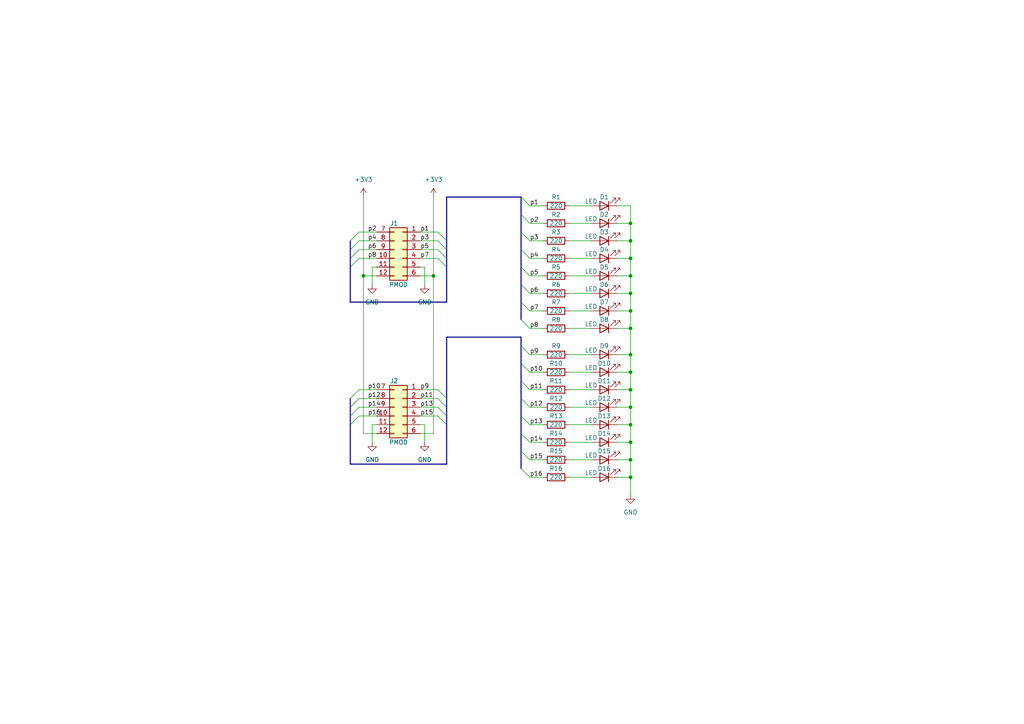
<source format=kicad_sch>
(kicad_sch (version 20211123) (generator eeschema)
  (paper "A4")
  (title_block (title "PMOD LED Array") (date "2022-04-18") (rev "1.0"))
  (lib_symbols
    (symbol "Device:LED" (pin_numbers hide) (pin_names (offset 1.016) hide)
      (property "Reference" "D" (at 0 2.54 0))
      (property "Value" "LED" (at 0 -2.54 0))
      (symbol "LED_0_1"
        (polyline (pts (xy -1.27 -1.27) (xy -1.27 1.27)) (stroke (width 0.254)))
        (polyline (pts (xy -1.27 0) (xy 1.27 0)))
        (polyline (pts (xy 1.27 -1.27) (xy 1.27 1.27) (xy -1.27 0) (xy 1.27 -1.27)) (stroke (width 0.254)))
        (polyline (pts (xy -3.048 -0.762) (xy -4.572 -2.286) (xy -3.81 -2.286) (xy -4.572 -2.286) (xy -4.572 -1.524)))
        (polyline (pts (xy -1.778 -0.762) (xy -3.302 -2.286) (xy -2.54 -2.286) (xy -3.302 -2.286) (xy -3.302 -1.524)))
      )
      (symbol "LED_1_1"
        (pin passive line (at -3.81 0 0) (length 2.54) (name "K") (number "1"))
        (pin passive line (at 3.81 0 180) (length 2.54) (name "A") (number "2"))
      )
    )
    (symbol "Device:R" (pin_numbers hide) (pin_names (offset 0))
      (property "Reference" "R" (at 2.032 0 90))
      (property "Value" "R" (at 0 0 90))
      (symbol "R_0_1"
        (rectangle (start -1.016 -2.54) (end 1.016 2.54) (stroke (width 0.254)))
      )
      (symbol "R_1_1"
        (pin passive line (at 0 3.81 270) (length 1.27) (name "~") (number "1"))
        (pin passive line (at 0 -3.81 90) (length 1.27) (name "~") (number "2"))
      )
    )
    (symbol "Pmod:Pmod_02x06_Top_Bottom" (pin_names (offset 1.016) hide)
      (property "Reference" "J" (at 1.27 7.62 0))
      (property "Value" "Pmod_02x06_Top_Bottom" (at -10.16 -10.16 0))
      (symbol "Pmod_02x06_Top_Bottom_1_1"
        (rectangle (start -1.27 -7.493) (end 0 -7.747) (stroke (width 0.1524)))
        (rectangle (start -1.27 -4.953) (end 0 -5.207) (stroke (width 0.1524)))
        (rectangle (start -1.27 -2.413) (end 0 -2.667) (stroke (width 0.1524)))
        (rectangle (start -1.27 0.127) (end 0 -0.127) (stroke (width 0.1524)))
        (rectangle (start -1.27 2.667) (end 0 2.413) (stroke (width 0.1524)))
        (rectangle (start -1.27 5.207) (end 0 4.953) (stroke (width 0.1524)))
        (rectangle (start -1.27 6.35) (end 3.81 -8.89) (stroke (width 0.254)) (fill (type background)))
        (rectangle (start 3.81 -7.493) (end 2.54 -7.747) (stroke (width 0.1524)))
        (rectangle (start 3.81 -4.953) (end 2.54 -5.207) (stroke (width 0.1524)))
        (rectangle (start 3.81 -2.413) (end 2.54 -2.667) (stroke (width 0.1524)))
        (rectangle (start 3.81 0.127) (end 2.54 -0.127) (stroke (width 0.1524)))
        (rectangle (start 3.81 2.667) (end 2.54 2.413) (stroke (width 0.1524)))
        (rectangle (start 3.81 5.207) (end 2.54 4.953) (stroke (width 0.1524)))
        (pin passive line (at -5.08 5.08 0) (length 3.81) (name "Pin_1") (number "1"))
        (pin passive line (at 7.62 -2.54 180) (length 3.81) (name "Pin_10") (number "10"))
        (pin passive line (at 7.62 -5.08 180) (length 3.81) (name "GND") (number "11"))
        (pin passive line (at 7.62 -7.62 180) (length 3.81) (name "3.3V") (number "12"))
        (pin passive line (at -5.08 2.54 0) (length 3.81) (name "Pin_2") (number "2"))
        (pin passive line (at -5.08 0 0) (length 3.81) (name "Pin_3") (number "3"))
        (pin passive line (at -5.08 -2.54 0) (length 3.81) (name "Pin_4") (number "4"))
        (pin passive line (at -5.08 -5.08 0) (length 3.81) (name "GND") (number "5"))
        (pin passive line (at -5.08 -7.62 0) (length 3.81) (name "3.3V") (number "6"))
        (pin passive line (at 7.62 5.08 180) (length 3.81) (name "Pin_7") (number "7"))
        (pin passive line (at 7.62 2.54 180) (length 3.81) (name "Pin_8") (number "8"))
        (pin passive line (at 7.62 0 180) (length 3.81) (name "Pin_9") (number "9"))
      )
    )
    (symbol "Pmod_02x06_Top_Bottom_1" (pin_names (offset 1.016) hide)
      (property "Reference" "J1" (at 0 7.62 0))
      (property "Value" "Pmod_02x06_Top_Bottom_1" (at 1.27 -10.16 0))
      (symbol "Pmod_02x06_Top_Bottom_1_1_1"
        (rectangle (start -1.27 -7.493) (end 0 -7.747) (stroke (width 0.1524)))
        (rectangle (start -1.27 -4.953) (end 0 -5.207) (stroke (width 0.1524)))
        (rectangle (start -1.27 -2.413) (end 0 -2.667) (stroke (width 0.1524)))
        (rectangle (start -1.27 0.127) (end 0 -0.127) (stroke (width 0.1524)))
        (rectangle (start -1.27 2.667) (end 0 2.413) (stroke (width 0.1524)))
        (rectangle (start -1.27 5.207) (end 0 4.953) (stroke (width 0.1524)))
        (rectangle (start -1.27 6.35) (end 3.81 -8.89) (stroke (width 0.254)) (fill (type background)))
        (rectangle (start 3.81 -7.493) (end 2.54 -7.747) (stroke (width 0.1524)))
        (rectangle (start 3.81 -4.953) (end 2.54 -5.207) (stroke (width 0.1524)))
        (rectangle (start 3.81 -2.413) (end 2.54 -2.667) (stroke (width 0.1524)))
        (rectangle (start 3.81 0.127) (end 2.54 -0.127) (stroke (width 0.1524)))
        (rectangle (start 3.81 2.667) (end 2.54 2.413) (stroke (width 0.1524)))
        (rectangle (start 3.81 5.207) (end 2.54 4.953) (stroke (width 0.1524)))
        (pin passive line (at -5.08 5.08 0) (length 3.81) (name "Pin_1") (number "1"))
        (pin passive line (at 7.62 -2.54 180) (length 3.81) (name "Pin_10") (number "10"))
        (pin passive line (at 7.62 -5.08 180) (length 3.81) (name "GND") (number "11"))
        (pin passive line (at 7.62 -7.62 180) (length 3.81) (name "3.3V") (number "12"))
        (pin passive line (at -5.08 2.54 0) (length 3.81) (name "Pin_2") (number "2"))
        (pin passive line (at -5.08 0 0) (length 3.81) (name "Pin_3") (number "3"))
        (pin passive line (at -5.08 -2.54 0) (length 3.81) (name "Pin_4") (number "4"))
        (pin passive line (at -5.08 -5.08 0) (length 3.81) (name "GND") (number "5"))
        (pin passive line (at -5.08 -7.62 0) (length 3.81) (name "3.3V") (number "6"))
        (pin passive line (at 7.62 5.08 180) (length 3.81) (name "Pin_7") (number "7"))
        (pin passive line (at 7.62 2.54 180) (length 3.81) (name "Pin_8") (number "8"))
        (pin passive line (at 7.62 0 180) (length 3.81) (name "Pin_9") (number "9"))
      )
    )
    (symbol "power:+3V3" (power) (pin_names (offset 0))
      (property "Value" "+3V3" (at 0 3.556 0))
      (symbol "+3V3_0_1"
        (polyline (pts (xy -0.762 1.27) (xy 0 2.54)))
        (polyline (pts (xy 0 0) (xy 0 2.54)))
        (polyline (pts (xy 0 2.54) (xy 0.762 1.27)))
      )
      (symbol "+3V3_1_1"
        (pin power_in line (at 0 0 90) (length 0) hide (name "+3V3") (number "1"))
      )
    )
    (symbol "power:GND" (power) (pin_names (offset 0))
      (property "Value" "GND" (at 0 -3.81 0))
      (symbol "GND_0_1"
        (polyline (pts (xy 0 0) (xy 0 -1.27) (xy 1.27 -1.27) (xy 0 -2.54) (xy -1.27 -1.27) (xy 0 -1.27)))
      )
      (symbol "GND_1_1"
        (pin power_in line (at 0 0 270) (length 0) hide (name "GND") (number "1"))
      )
    )
  )
  (junction (at 182.88 95.25))
  (junction (at 182.88 85.09))
  (junction (at 182.88 133.35))
  (junction (at 182.88 107.95))
  (junction (at 182.88 113.03))
  (junction (at 182.88 102.87))
  (junction (at 105.41 80.01))
  (junction (at 182.88 123.19))
  (junction (at 182.88 90.17))
  (junction (at 182.88 69.85))
  (junction (at 182.88 118.11))
  (junction (at 125.73 80.01))
  (junction (at 182.88 128.27))
  (junction (at 182.88 80.01))
  (junction (at 182.88 64.77))
  (junction (at 182.88 138.43))
  (junction (at 182.88 74.93))
  (bus_entry (at 151.13 62.23) (size 2.54 2.54))
  (bus_entry (at 101.6 118.11) (size 2.54 -2.54))
  (bus_entry (at 101.6 69.85) (size 2.54 -2.54))
  (bus_entry (at 127 67.31) (size 2.54 2.54))
  (bus_entry (at 127 69.85) (size 2.54 2.54))
  (bus_entry (at 127 72.39) (size 2.54 2.54))
  (bus_entry (at 127 74.93) (size 2.54 2.54))
  (bus_entry (at 151.13 67.31) (size 2.54 2.54))
  (bus_entry (at 151.13 57.15) (size 2.54 2.54))
  (bus_entry (at 151.13 87.63) (size 2.54 2.54))
  (bus_entry (at 151.13 100.33) (size 2.54 2.54))
  (bus_entry (at 151.13 120.65) (size 2.54 2.54))
  (bus_entry (at 151.13 130.81) (size 2.54 2.54))
  (bus_entry (at 151.13 125.73) (size 2.54 2.54))
  (bus_entry (at 151.13 115.57) (size 2.54 2.54))
  (bus_entry (at 151.13 110.49) (size 2.54 2.54))
  (bus_entry (at 129.54 115.57) (size -2.54 -2.54))
  (bus_entry (at 101.6 72.39) (size 2.54 -2.54))
  (bus_entry (at 129.54 123.19) (size -2.54 -2.54))
  (bus_entry (at 101.6 77.47) (size 2.54 -2.54))
  (bus_entry (at 129.54 118.11) (size -2.54 -2.54))
  (bus_entry (at 129.54 120.65) (size -2.54 -2.54))
  (bus_entry (at 101.6 120.65) (size 2.54 -2.54))
  (bus_entry (at 151.13 92.71) (size 2.54 2.54))
  (bus_entry (at 101.6 115.57) (size 2.54 -2.54))
  (bus_entry (at 101.6 74.93) (size 2.54 -2.54))
  (bus_entry (at 151.13 135.89) (size 2.54 2.54))
  (bus_entry (at 151.13 105.41) (size 2.54 2.54))
  (bus_entry (at 151.13 72.39) (size 2.54 2.54))
  (bus_entry (at 101.6 123.19) (size 2.54 -2.54))
  (bus_entry (at 151.13 77.47) (size 2.54 2.54))
  (bus_entry (at 151.13 82.55) (size 2.54 2.54))
  (bus (pts (xy 151.13 87.63) (xy 151.13 92.71)))
  (wire (pts (xy 125.73 125.73) (xy 125.73 80.01)))
  (wire (pts (xy 179.07 85.09) (xy 182.88 85.09)))
  (bus (pts (xy 151.13 100.33) (xy 151.13 105.41)))
  (bus (pts (xy 101.6 74.93) (xy 101.6 77.47)))
  (wire (pts (xy 105.41 80.01) (xy 109.22 80.01)))
  (wire (pts (xy 153.67 74.93) (xy 157.48 74.93)))
  (bus (pts (xy 101.6 87.63) (xy 129.54 87.63)))
  (wire (pts (xy 121.92 118.11) (xy 127 118.11)))
  (wire (pts (xy 165.1 113.03) (xy 171.45 113.03)))
  (bus (pts (xy 101.6 120.65) (xy 101.6 123.19)))
  (wire (pts (xy 179.07 128.27) (xy 182.88 128.27)))
  (bus (pts (xy 151.13 97.79) (xy 151.13 100.33)))
  (bus (pts (xy 151.13 62.23) (xy 151.13 67.31)))
  (wire (pts (xy 179.07 107.95) (xy 182.88 107.95)))
  (wire (pts (xy 165.1 107.95) (xy 171.45 107.95)))
  (wire (pts (xy 165.1 59.69) (xy 171.45 59.69)))
  (wire (pts (xy 121.92 123.19) (xy 123.19 123.19)))
  (wire (pts (xy 179.07 69.85) (xy 182.88 69.85)))
  (wire (pts (xy 153.67 133.35) (xy 157.48 133.35)))
  (wire (pts (xy 153.67 95.25) (xy 157.48 95.25)))
  (wire (pts (xy 107.95 123.19) (xy 107.95 128.27)))
  (bus (pts (xy 151.13 130.81) (xy 151.13 135.89)))
  (wire (pts (xy 104.14 118.11) (xy 109.22 118.11)))
  (bus (pts (xy 129.54 57.15) (xy 129.54 69.85)))
  (bus (pts (xy 101.6 77.47) (xy 101.6 87.63)))
  (wire (pts (xy 104.14 115.57) (xy 109.22 115.57)))
  (wire (pts (xy 165.1 123.19) (xy 171.45 123.19)))
  (wire (pts (xy 182.88 90.17) (xy 182.88 95.25)))
  (wire (pts (xy 165.1 80.01) (xy 171.45 80.01)))
  (bus (pts (xy 151.13 110.49) (xy 151.13 115.57)))
  (wire (pts (xy 179.07 90.17) (xy 182.88 90.17)))
  (wire (pts (xy 179.07 133.35) (xy 182.88 133.35)))
  (wire (pts (xy 182.88 64.77) (xy 182.88 69.85)))
  (wire (pts (xy 105.41 57.15) (xy 105.41 80.01)))
  (wire (pts (xy 153.67 102.87) (xy 157.48 102.87)))
  (wire (pts (xy 182.88 113.03) (xy 182.88 118.11)))
  (bus (pts (xy 129.54 77.47) (xy 129.54 87.63)))
  (wire (pts (xy 182.88 59.69) (xy 182.88 64.77)))
  (wire (pts (xy 123.19 77.47) (xy 123.19 82.55)))
  (wire (pts (xy 121.92 113.03) (xy 127 113.03)))
  (bus (pts (xy 101.6 134.62) (xy 129.54 134.62)))
  (wire (pts (xy 153.67 85.09) (xy 157.48 85.09)))
  (wire (pts (xy 153.67 80.01) (xy 157.48 80.01)))
  (wire (pts (xy 182.88 118.11) (xy 182.88 123.19)))
  (bus (pts (xy 129.54 115.57) (xy 129.54 97.79)))
  (bus (pts (xy 151.13 82.55) (xy 151.13 87.63)))
  (wire (pts (xy 165.1 102.87) (xy 171.45 102.87)))
  (wire (pts (xy 121.92 125.73) (xy 125.73 125.73)))
  (wire (pts (xy 165.1 138.43) (xy 171.45 138.43)))
  (wire (pts (xy 182.88 80.01) (xy 182.88 85.09)))
  (bus (pts (xy 101.6 69.85) (xy 101.6 72.39)))
  (bus (pts (xy 129.54 134.62) (xy 129.54 123.19)))
  (bus (pts (xy 101.6 72.39) (xy 101.6 74.93)))
  (wire (pts (xy 165.1 128.27) (xy 171.45 128.27)))
  (wire (pts (xy 109.22 123.19) (xy 107.95 123.19)))
  (bus (pts (xy 151.13 115.57) (xy 151.13 120.65)))
  (wire (pts (xy 104.14 69.85) (xy 109.22 69.85)))
  (wire (pts (xy 182.88 133.35) (xy 182.88 138.43)))
  (wire (pts (xy 153.67 128.27) (xy 157.48 128.27)))
  (wire (pts (xy 153.67 138.43) (xy 157.48 138.43)))
  (wire (pts (xy 165.1 90.17) (xy 171.45 90.17)))
  (bus (pts (xy 151.13 67.31) (xy 151.13 72.39)))
  (wire (pts (xy 182.88 107.95) (xy 182.88 113.03)))
  (bus (pts (xy 151.13 120.65) (xy 151.13 125.73)))
  (bus (pts (xy 129.54 69.85) (xy 129.54 72.39)))
  (wire (pts (xy 179.07 113.03) (xy 182.88 113.03)))
  (wire (pts (xy 125.73 57.15) (xy 125.73 80.01)))
  (wire (pts (xy 179.07 138.43) (xy 182.88 138.43)))
  (wire (pts (xy 165.1 95.25) (xy 171.45 95.25)))
  (wire (pts (xy 104.14 67.31) (xy 109.22 67.31)))
  (wire (pts (xy 179.07 59.69) (xy 182.88 59.69)))
  (bus (pts (xy 129.54 97.79) (xy 151.13 97.79)))
  (bus (pts (xy 151.13 57.15) (xy 151.13 62.23)))
  (wire (pts (xy 182.88 85.09) (xy 182.88 90.17)))
  (wire (pts (xy 182.88 123.19) (xy 182.88 128.27)))
  (wire (pts (xy 121.92 69.85) (xy 127 69.85)))
  (wire (pts (xy 179.07 74.93) (xy 182.88 74.93)))
  (bus (pts (xy 129.54 74.93) (xy 129.54 77.47)))
  (wire (pts (xy 107.95 77.47) (xy 109.22 77.47)))
  (bus (pts (xy 101.6 123.19) (xy 101.6 134.62)))
  (wire (pts (xy 121.92 72.39) (xy 127 72.39)))
  (bus (pts (xy 129.54 57.15) (xy 151.13 57.15)))
  (wire (pts (xy 182.88 74.93) (xy 182.88 80.01)))
  (wire (pts (xy 123.19 123.19) (xy 123.19 128.27)))
  (wire (pts (xy 153.67 118.11) (xy 157.48 118.11)))
  (bus (pts (xy 129.54 120.65) (xy 129.54 118.11)))
  (wire (pts (xy 182.88 69.85) (xy 182.88 74.93)))
  (wire (pts (xy 121.92 67.31) (xy 127 67.31)))
  (wire (pts (xy 179.07 95.25) (xy 182.88 95.25)))
  (wire (pts (xy 153.67 90.17) (xy 157.48 90.17)))
  (wire (pts (xy 107.95 77.47) (xy 107.95 82.55)))
  (wire (pts (xy 104.14 120.65) (xy 109.22 120.65)))
  (bus (pts (xy 101.6 115.57) (xy 101.6 118.11)))
  (bus (pts (xy 129.54 118.11) (xy 129.54 115.57)))
  (wire (pts (xy 153.67 113.03) (xy 157.48 113.03)))
  (wire (pts (xy 104.14 113.03) (xy 109.22 113.03)))
  (bus (pts (xy 101.6 118.11) (xy 101.6 120.65)))
  (wire (pts (xy 153.67 59.69) (xy 157.48 59.69)))
  (wire (pts (xy 165.1 69.85) (xy 171.45 69.85)))
  (wire (pts (xy 121.92 120.65) (xy 127 120.65)))
  (wire (pts (xy 165.1 118.11) (xy 171.45 118.11)))
  (bus (pts (xy 151.13 72.39) (xy 151.13 77.47)))
  (wire (pts (xy 153.67 69.85) (xy 157.48 69.85)))
  (wire (pts (xy 179.07 80.01) (xy 182.88 80.01)))
  (wire (pts (xy 105.41 80.01) (xy 105.41 125.73)))
  (wire (pts (xy 165.1 74.93) (xy 171.45 74.93)))
  (wire (pts (xy 179.07 64.77) (xy 182.88 64.77)))
  (wire (pts (xy 182.88 128.27) (xy 182.88 133.35)))
  (wire (pts (xy 105.41 125.73) (xy 109.22 125.73)))
  (bus (pts (xy 129.54 123.19) (xy 129.54 120.65)))
  (wire (pts (xy 182.88 138.43) (xy 182.88 143.51)))
  (wire (pts (xy 104.14 74.93) (xy 109.22 74.93)))
  (wire (pts (xy 153.67 64.77) (xy 157.48 64.77)))
  (wire (pts (xy 121.92 80.01) (xy 125.73 80.01)))
  (wire (pts (xy 165.1 133.35) (xy 171.45 133.35)))
  (wire (pts (xy 182.88 95.25) (xy 182.88 102.87)))
  (wire (pts (xy 121.92 74.93) (xy 127 74.93)))
  (bus (pts (xy 151.13 105.41) (xy 151.13 110.49)))
  (wire (pts (xy 179.07 123.19) (xy 182.88 123.19)))
  (wire (pts (xy 121.92 77.47) (xy 123.19 77.47)))
  (bus (pts (xy 151.13 125.73) (xy 151.13 130.81)))
  (bus (pts (xy 151.13 77.47) (xy 151.13 82.55)))
  (bus (pts (xy 129.54 72.39) (xy 129.54 74.93)))
  (wire (pts (xy 179.07 118.11) (xy 182.88 118.11)))
  (wire (pts (xy 153.67 123.19) (xy 157.48 123.19)))
  (wire (pts (xy 165.1 64.77) (xy 171.45 64.77)))
  (wire (pts (xy 153.67 107.95) (xy 157.48 107.95)))
  (wire (pts (xy 121.92 115.57) (xy 127 115.57)))
  (wire (pts (xy 179.07 102.87) (xy 182.88 102.87)))
  (wire (pts (xy 165.1 85.09) (xy 171.45 85.09)))
  (wire (pts (xy 182.88 102.87) (xy 182.88 107.95)))
  (wire (pts (xy 104.14 72.39) (xy 109.22 72.39)))
  (label "p8" (at 153.67 95.25 0))
  (label "p2" (at 153.67 64.77 0))
  (label "p5" (at 153.67 80.01 0))
  (label "p5" (at 121.92 72.39 0))
  (label "p7" (at 153.67 90.17 0))
  (label "p11" (at 121.92 115.57 0))
  (label "p4" (at 153.67 74.93 0))
  (label "p12" (at 106.68 115.57 0))
  (label "p6" (at 153.67 85.09 0))
  (label "p13" (at 121.92 118.11 0))
  (label "p9" (at 153.67 102.87 0))
  (label "p3" (at 153.67 69.85 0))
  (label "p13" (at 153.67 123.19 0))
  (label "p7" (at 121.92 74.93 0))
  (label "p3" (at 121.92 69.85 0))
  (label "p9" (at 121.92 113.03 0))
  (label "p16" (at 153.67 138.43 0))
  (label "p11" (at 153.67 113.03 0))
  (label "p14" (at 153.67 128.27 0))
  (label "p14" (at 106.68 118.11 0))
  (label "p1" (at 153.67 59.69 0))
  (label "p8" (at 106.68 74.93 0))
  (label "p10" (at 106.68 113.03 0))
  (label "p15" (at 121.92 120.65 0))
  (label "p1" (at 121.92 67.31 0))
  (label "p16" (at 106.68 120.65 0))
  (label "p15" (at 153.67 133.35 0))
  (label "p4" (at 106.68 69.85 0))
  (label "p2" (at 106.68 67.31 0))
  (label "p6" (at 106.68 72.39 0))
  (label "p10" (at 153.67 107.95 0))
  (label "p12" (at 153.67 118.11 0))
  (symbol (lib_id "power:+3V3") (at 125.73 57.15 0) (unit 1)
    (property "Reference" "#PWR0106" (effects hide))
    (property "Value" "+3V3" (at 125.73 52.07 0))
  )
  (symbol (lib_id "Device:R") (at 161.29 102.87 90) (unit 1)
    (property "Reference" "R9" (at 161.29 100.33 90))
    (property "Value" "220" (at 161.29 102.87 90))
    (property "Footprint" "Resistor_SMD:R_0805_2012Metric_Pad1.20x1.40mm_HandSolder" (effects hide))
  )
  (symbol (lib_id "Device:R") (at 161.29 133.35 90) (unit 1)
    (property "Reference" "R15" (at 161.29 130.81 90))
    (property "Value" "220" (at 161.29 133.35 90))
    (property "Footprint" "Resistor_SMD:R_0805_2012Metric_Pad1.20x1.40mm_HandSolder" (effects hide))
  )
  (symbol (lib_name "Pmod_02x06_Top_Bottom_1") (lib_id "Pmod:Pmod_02x06_Top_Bottom") (at 116.84 72.39 0) (mirror y) (unit 1)
    (property "Reference" "J1" (at 114.3 64.77 0))
    (property "Value" "PMOD" (at 115.57 82.55 0))
    (property "Footprint" "Pmod:Pmod_Header_2x06_P2.54mm_Horizontal" (effects hide))
  )
  (symbol (lib_id "Device:R") (at 161.29 59.69 90) (unit 1)
    (property "Reference" "R1" (at 161.29 57.15 90))
    (property "Value" "220" (at 161.29 59.69 90))
    (property "Footprint" "Resistor_SMD:R_0805_2012Metric_Pad1.20x1.40mm_HandSolder" (effects hide))
  )
  (symbol (lib_id "Device:R") (at 161.29 113.03 90) (unit 1)
    (property "Reference" "R11" (at 161.29 110.49 90))
    (property "Value" "220" (at 161.29 113.03 90))
    (property "Footprint" "Resistor_SMD:R_0805_2012Metric_Pad1.20x1.40mm_HandSolder" (effects hide))
  )
  (symbol (lib_id "Device:R") (at 161.29 90.17 90) (unit 1)
    (property "Reference" "R7" (at 161.29 87.63 90))
    (property "Value" "220" (at 161.29 90.17 90))
    (property "Footprint" "Resistor_SMD:R_0805_2012Metric_Pad1.20x1.40mm_HandSolder" (effects hide))
  )
  (symbol (lib_id "power:GND") (at 123.19 128.27 0) (unit 1)
    (property "Reference" "#PWR0103" (effects hide))
    (property "Value" "GND" (at 123.19 133.35 0))
  )
  (symbol (lib_id "power:GND") (at 182.88 143.51 0) (unit 1)
    (property "Reference" "#PWR0105" (effects hide))
    (property "Value" "GND" (at 182.88 148.59 0))
  )
  (symbol (lib_id "Device:LED") (at 175.26 80.01 180) (unit 1)
    (property "Reference" "D5" (at 175.26 77.47 0))
    (property "Value" "LED" (at 171.45 78.74 0))
    (property "Footprint" "LED_SMD:LED_0805_2012Metric_Pad1.15x1.40mm_HandSolder" (effects hide))
  )
  (symbol (lib_id "Device:LED") (at 175.26 128.27 180) (unit 1)
    (property "Reference" "D14" (at 175.26 125.73 0))
    (property "Value" "LED" (at 171.45 127 0))
    (property "Footprint" "LED_SMD:LED_0805_2012Metric_Pad1.15x1.40mm_HandSolder" (effects hide))
  )
  (symbol (lib_id "Device:LED") (at 175.26 64.77 180) (unit 1)
    (property "Reference" "D2" (at 175.26 62.23 0))
    (property "Value" "LED" (at 171.45 63.5 0))
    (property "Footprint" "LED_SMD:LED_0805_2012Metric_Pad1.15x1.40mm_HandSolder" (effects hide))
  )
  (symbol (lib_id "Device:LED") (at 175.26 113.03 180) (unit 1)
    (property "Reference" "D11" (at 175.26 110.49 0))
    (property "Value" "LED" (at 171.45 111.76 0))
    (property "Footprint" "LED_SMD:LED_0805_2012Metric_Pad1.15x1.40mm_HandSolder" (effects hide))
  )
  (symbol (lib_id "Device:R") (at 161.29 107.95 90) (unit 1)
    (property "Reference" "R10" (at 161.29 105.41 90))
    (property "Value" "220" (at 161.29 107.95 90))
    (property "Footprint" "Resistor_SMD:R_0805_2012Metric_Pad1.20x1.40mm_HandSolder" (effects hide))
  )
  (symbol (lib_id "Device:R") (at 161.29 128.27 90) (unit 1)
    (property "Reference" "R14" (at 161.29 125.73 90))
    (property "Value" "220" (at 161.29 128.27 90))
    (property "Footprint" "Resistor_SMD:R_0805_2012Metric_Pad1.20x1.40mm_HandSolder" (effects hide))
  )
  (symbol (lib_id "Device:LED") (at 175.26 74.93 180) (unit 1)
    (property "Reference" "D4" (at 175.26 72.39 0))
    (property "Value" "LED" (at 171.45 73.66 0))
    (property "Footprint" "LED_SMD:LED_0805_2012Metric_Pad1.15x1.40mm_HandSolder" (effects hide))
  )
  (symbol (lib_id "power:GND") (at 107.95 82.55 0) (unit 1)
    (property "Reference" "#PWR0101" (effects hide))
    (property "Value" "GND" (at 107.95 87.63 0))
  )
  (symbol (lib_id "Device:R") (at 161.29 80.01 90) (unit 1)
    (property "Reference" "R5" (at 161.29 77.47 90))
    (property "Value" "220" (at 161.29 80.01 90))
    (property "Footprint" "Resistor_SMD:R_0805_2012Metric_Pad1.20x1.40mm_HandSolder" (effects hide))
  )
  (symbol (lib_id "Device:R") (at 161.29 64.77 90) (unit 1)
    (property "Reference" "R2" (at 161.29 62.23 90))
    (property "Value" "220" (at 161.29 64.77 90))
    (property "Footprint" "Resistor_SMD:R_0805_2012Metric_Pad1.20x1.40mm_HandSolder" (effects hide))
  )
  (symbol (lib_id "power:GND") (at 123.19 82.55 0) (unit 1)
    (property "Reference" "#PWR0102" (effects hide))
    (property "Value" "GND" (at 123.19 87.63 0))
  )
  (symbol (lib_id "Device:R") (at 161.29 85.09 90) (unit 1)
    (property "Reference" "R6" (at 161.29 82.55 90))
    (property "Value" "220" (at 161.29 85.09 90))
    (property "Footprint" "Resistor_SMD:R_0805_2012Metric_Pad1.20x1.40mm_HandSolder" (effects hide))
  )
  (symbol (lib_id "power:GND") (at 107.95 128.27 0) (unit 1)
    (property "Reference" "#PWR0104" (effects hide))
    (property "Value" "GND" (at 107.95 133.35 0))
  )
  (symbol (lib_id "Device:LED") (at 175.26 138.43 180) (unit 1)
    (property "Reference" "D16" (at 175.26 135.89 0))
    (property "Value" "LED" (at 171.45 137.16 0))
    (property "Footprint" "LED_SMD:LED_0805_2012Metric_Pad1.15x1.40mm_HandSolder" (effects hide))
  )
  (symbol (lib_id "Device:LED") (at 175.26 107.95 180) (unit 1)
    (property "Reference" "D10" (at 175.26 105.41 0))
    (property "Value" "LED" (at 171.45 106.68 0))
    (property "Footprint" "LED_SMD:LED_0805_2012Metric_Pad1.15x1.40mm_HandSolder" (effects hide))
  )
  (symbol (lib_id "Device:LED") (at 175.26 69.85 180) (unit 1)
    (property "Reference" "D3" (at 175.26 67.31 0))
    (property "Value" "LED" (at 171.45 68.58 0))
    (property "Footprint" "LED_SMD:LED_0805_2012Metric_Pad1.15x1.40mm_HandSolder" (effects hide))
  )
  (symbol (lib_id "Device:LED") (at 175.26 90.17 180) (unit 1)
    (property "Reference" "D7" (at 175.26 87.63 0))
    (property "Value" "LED" (at 171.45 88.9 0))
    (property "Footprint" "LED_SMD:LED_0805_2012Metric_Pad1.15x1.40mm_HandSolder" (effects hide))
  )
  (symbol (lib_id "Device:R") (at 161.29 118.11 90) (unit 1)
    (property "Reference" "R12" (at 161.29 115.57 90))
    (property "Value" "220" (at 161.29 118.11 90))
    (property "Footprint" "Resistor_SMD:R_0805_2012Metric_Pad1.20x1.40mm_HandSolder" (effects hide))
  )
  (symbol (lib_id "Pmod:Pmod_02x06_Top_Bottom") (at 116.84 118.11 0) (mirror y) (unit 1)
    (property "Reference" "J2" (at 114.3 110.49 0))
    (property "Value" "PMOD" (at 115.57 128.27 0))
    (property "Footprint" "Pmod:Pmod_Header_2x06_P2.54mm_Horizontal" (effects hide))
  )
  (symbol (lib_id "Device:LED") (at 175.26 85.09 180) (unit 1)
    (property "Reference" "D6" (at 175.26 82.55 0))
    (property "Value" "LED" (at 171.45 83.82 0))
    (property "Footprint" "LED_SMD:LED_0805_2012Metric_Pad1.15x1.40mm_HandSolder" (effects hide))
  )
  (symbol (lib_id "Device:LED") (at 175.26 118.11 180) (unit 1)
    (property "Reference" "D12" (at 175.26 115.57 0))
    (property "Value" "LED" (at 171.45 116.84 0))
    (property "Footprint" "LED_SMD:LED_0805_2012Metric_Pad1.15x1.40mm_HandSolder" (effects hide))
  )
  (symbol (lib_id "Device:LED") (at 175.26 123.19 180) (unit 1)
    (property "Reference" "D13" (at 175.26 120.65 0))
    (property "Value" "LED" (at 171.45 121.92 0))
    (property "Footprint" "LED_SMD:LED_0805_2012Metric_Pad1.15x1.40mm_HandSolder" (effects hide))
  )
  (symbol (lib_id "Device:R") (at 161.29 123.19 90) (unit 1)
    (property "Reference" "R13" (at 161.29 120.65 90))
    (property "Value" "220" (at 161.29 123.19 90))
    (property "Footprint" "Resistor_SMD:R_0805_2012Metric_Pad1.20x1.40mm_HandSolder" (effects hide))
  )
  (symbol (lib_id "Device:LED") (at 175.26 95.25 180) (unit 1)
    (property "Reference" "D8" (at 175.26 92.71 0))
    (property "Value" "LED" (at 171.45 93.98 0))
    (property "Footprint" "LED_SMD:LED_0805_2012Metric_Pad1.15x1.40mm_HandSolder" (effects hide))
  )
  (symbol (lib_id "power:+3V3") (at 105.41 57.15 0) (unit 1)
    (property "Reference" "#PWR0107" (effects hide))
    (property "Value" "+3V3" (at 105.41 52.07 0))
  )
  (symbol (lib_id "Device:R") (at 161.29 95.25 90) (unit 1)
    (property "Reference" "R8" (at 161.29 92.71 90))
    (property "Value" "220" (at 161.29 95.25 90))
    (property "Footprint" "Resistor_SMD:R_0805_2012Metric_Pad1.20x1.40mm_HandSolder" (effects hide))
  )
  (symbol (lib_id "Device:R") (at 161.29 69.85 90) (unit 1)
    (property "Reference" "R3" (at 161.29 67.31 90))
    (property "Value" "220" (at 161.29 69.85 90))
    (property "Footprint" "Resistor_SMD:R_0805_2012Metric_Pad1.20x1.40mm_HandSolder" (effects hide))
  )
  (symbol (lib_id "Device:LED") (at 175.26 133.35 180) (unit 1)
    (property "Reference" "D15" (at 175.26 130.81 0))
    (property "Value" "LED" (at 171.45 132.08 0))
    (property "Footprint" "LED_SMD:LED_0805_2012Metric_Pad1.15x1.40mm_HandSolder" (effects hide))
  )
  (symbol (lib_id "Device:LED") (at 175.26 102.87 180) (unit 1)
    (property "Reference" "D9" (at 175.26 100.33 0))
    (property "Value" "LED" (at 171.45 101.6 0))
    (property "Footprint" "LED_SMD:LED_0805_2012Metric_Pad1.15x1.40mm_HandSolder" (effects hide))
  )
  (symbol (lib_id "Device:R") (at 161.29 138.43 90) (unit 1)
    (property "Reference" "R16" (at 161.29 135.89 90))
    (property "Value" "220" (at 161.29 138.43 90))
    (property "Footprint" "Resistor_SMD:R_0805_2012Metric_Pad1.20x1.40mm_HandSolder" (effects hide))
  )
  (symbol (lib_id "Device:LED") (at 175.26 59.69 180) (unit 1)
    (property "Reference" "D1" (at 175.26 57.15 0))
    (property "Value" "LED" (at 171.45 58.42 0))
    (property "Footprint" "LED_SMD:LED_0805_2012Metric_Pad1.15x1.40mm_HandSolder" (effects hide))
  )
  (symbol (lib_id "Device:R") (at 161.29 74.93 90) (unit 1)
    (property "Reference" "R4" (at 161.29 72.39 90))
    (property "Value" "220" (at 161.29 74.93 90))
    (property "Footprint" "Resistor_SMD:R_0805_2012Metric_Pad1.20x1.40mm_HandSolder" (effects hide))
  )
)
</source>
